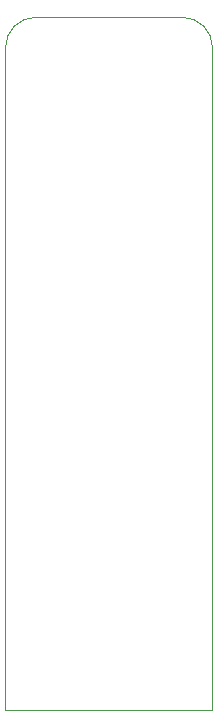
<source format=gbr>
%TF.GenerationSoftware,KiCad,Pcbnew,(5.1.9)-1*%
%TF.CreationDate,2021-04-12T21:57:58+01:00*%
%TF.ProjectId,Propeller_dev_board,50726f70-656c-46c6-9572-5f6465765f62,rev?*%
%TF.SameCoordinates,Original*%
%TF.FileFunction,Profile,NP*%
%FSLAX46Y46*%
G04 Gerber Fmt 4.6, Leading zero omitted, Abs format (unit mm)*
G04 Created by KiCad (PCBNEW (5.1.9)-1) date 2021-04-12 21:57:58*
%MOMM*%
%LPD*%
G01*
G04 APERTURE LIST*
%TA.AperFunction,Profile*%
%ADD10C,0.050000*%
%TD*%
G04 APERTURE END LIST*
D10*
X128143000Y-87757000D02*
G75*
G02*
X130683000Y-90297000I0J-2540000D01*
G01*
X113157000Y-90297000D02*
G75*
G02*
X115697000Y-87757000I2540000J0D01*
G01*
X128143000Y-87757000D02*
X115697000Y-87757000D01*
X113157000Y-146431000D02*
X113157000Y-90297000D01*
X130683000Y-146431000D02*
X130683000Y-90297000D01*
X113157000Y-146431000D02*
X130683000Y-146431000D01*
M02*

</source>
